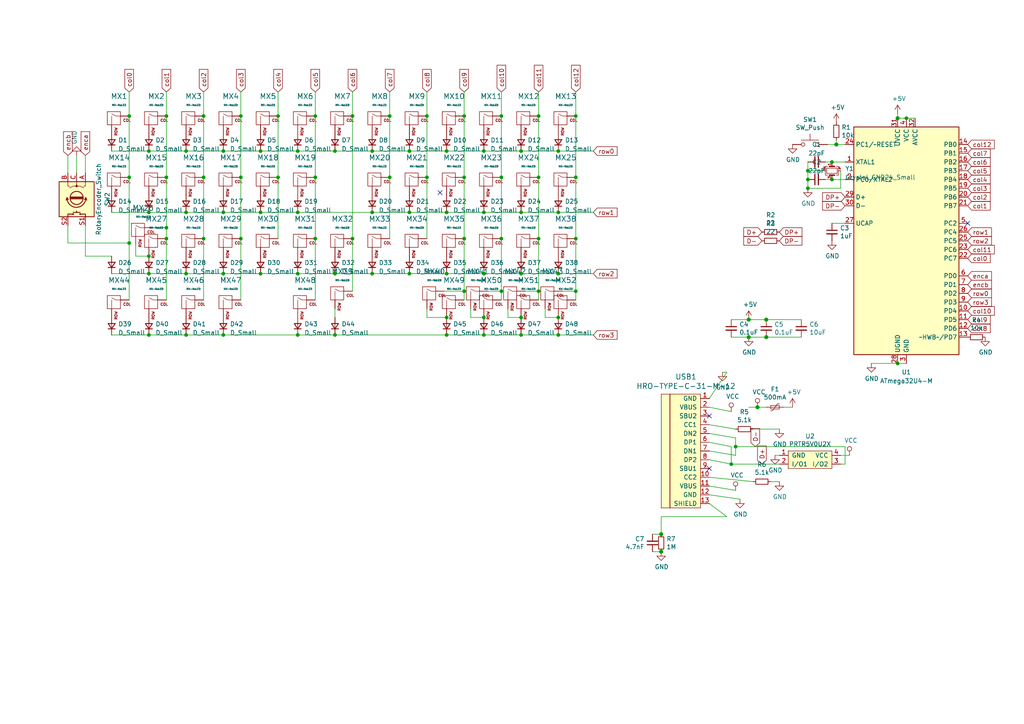
<source format=kicad_sch>
(kicad_sch (version 20211123) (generator eeschema)
  (paper "A4")
  (junction (at 129.54 92.075))
  (junction (at 129.54 61.595) (diameter 0.9144))
  (junction (at 107.95 43.815) (diameter 0.9144))
  (junction (at 161.925 79.375) (diameter 0.9144))
  (junction (at 75.565 43.815) (diameter 0.9144))
  (junction (at 107.95 61.595) (diameter 0.9144))
  (junction (at 151.13 79.375) (diameter 0.9144))
  (junction (at 134.62 84.455))
  (junction (at 156.21 51.435) (diameter 0.9144))
  (junction (at 191.77 160.02) (diameter 1.016))
  (junction (at 167.005 69.215) (diameter 0.9144))
  (junction (at 161.925 92.075))
  (junction (at 217.17 92.71) (diameter 1.016))
  (junction (at 212.09 134.62) (diameter 0.9144))
  (junction (at 217.17 97.79) (diameter 1.016))
  (junction (at 86.36 97.155))
  (junction (at 241.3 46.99) (diameter 0.9144))
  (junction (at 97.155 79.375))
  (junction (at 64.77 61.595) (diameter 0.9144))
  (junction (at 86.36 61.595) (diameter 0.9144))
  (junction (at 129.54 79.375) (diameter 0.9144))
  (junction (at 140.335 92.075))
  (junction (at 234.315 49.53) (diameter 0.9144))
  (junction (at 167.005 51.435) (diameter 0.9144))
  (junction (at 48.26 69.215))
  (junction (at 134.62 69.215) (diameter 0.9144))
  (junction (at 140.335 43.815) (diameter 0.9144))
  (junction (at 145.415 51.435) (diameter 0.9144))
  (junction (at 59.055 69.215))
  (junction (at 134.62 51.435) (diameter 0.9144))
  (junction (at 156.21 69.215) (diameter 0.9144))
  (junction (at 43.18 43.815) (diameter 0.9144))
  (junction (at 123.825 51.435) (diameter 0.9144))
  (junction (at 145.415 84.455))
  (junction (at 80.645 33.655) (diameter 0.9144))
  (junction (at 43.18 61.595) (diameter 0.9144))
  (junction (at 113.03 51.435) (diameter 0.9144))
  (junction (at 260.35 34.29) (diameter 1.016))
  (junction (at 118.745 79.375) (diameter 0.9144))
  (junction (at 43.18 74.295))
  (junction (at 213.36 129.54) (diameter 0.9144))
  (junction (at 48.26 51.435) (diameter 0.9144))
  (junction (at 91.44 69.215))
  (junction (at 134.62 33.655) (diameter 0.9144))
  (junction (at 53.975 61.595) (diameter 0.9144))
  (junction (at 91.44 51.435) (diameter 0.9144))
  (junction (at 156.21 33.655) (diameter 0.9144))
  (junction (at 118.745 43.815) (diameter 0.9144))
  (junction (at 161.925 97.155) (diameter 0.9144))
  (junction (at 97.155 43.815) (diameter 0.9144))
  (junction (at 161.925 61.595) (diameter 0.9144))
  (junction (at 91.44 33.655) (diameter 0.9144))
  (junction (at 69.85 33.655) (diameter 0.9144))
  (junction (at 80.645 51.435))
  (junction (at 241.3 52.07) (diameter 0.9144))
  (junction (at 167.005 84.455))
  (junction (at 140.335 61.595) (diameter 0.9144))
  (junction (at 86.36 79.375))
  (junction (at 37.465 51.435) (diameter 0.9144))
  (junction (at 64.77 79.375))
  (junction (at 260.35 105.41) (diameter 0.9144))
  (junction (at 107.95 79.375) (diameter 0.9144))
  (junction (at 69.85 69.215))
  (junction (at 151.13 97.155) (diameter 0.9144))
  (junction (at 145.415 69.215) (diameter 0.9144))
  (junction (at 151.13 92.075))
  (junction (at 234.315 54.61) (diameter 0.9144))
  (junction (at 48.26 33.655) (diameter 0.9144))
  (junction (at 53.975 97.155) (diameter 0.9144))
  (junction (at 53.975 79.375))
  (junction (at 145.415 33.655) (diameter 0.9144))
  (junction (at 222.25 97.79) (diameter 1.016))
  (junction (at 102.235 33.655) (diameter 0.9144))
  (junction (at 113.03 33.655) (diameter 0.9144))
  (junction (at 191.77 154.94) (diameter 1.016))
  (junction (at 43.18 79.375))
  (junction (at 140.335 79.375) (diameter 0.9144))
  (junction (at 156.21 84.455))
  (junction (at 140.335 97.155) (diameter 0.9144))
  (junction (at 69.85 51.435) (diameter 0.9144))
  (junction (at 118.745 61.595) (diameter 0.9144))
  (junction (at 102.235 69.215))
  (junction (at 219.71 118.11) (diameter 1.016))
  (junction (at 37.465 33.655) (diameter 0.9144))
  (junction (at 37.465 70.485))
  (junction (at 262.89 34.29) (diameter 0.9144))
  (junction (at 86.36 43.815) (diameter 0.9144))
  (junction (at 129.54 43.815) (diameter 0.9144))
  (junction (at 167.005 33.655) (diameter 0.9144))
  (junction (at 43.18 97.155) (diameter 0.9144))
  (junction (at 234.315 52.07) (diameter 0.9144))
  (junction (at 48.26 66.04))
  (junction (at 161.925 43.815) (diameter 0.9144))
  (junction (at 75.565 61.595) (diameter 0.9144))
  (junction (at 242.57 41.91) (diameter 1.016))
  (junction (at 222.25 92.71) (diameter 1.016))
  (junction (at 64.77 97.155) (diameter 0.9144))
  (junction (at 53.975 43.815) (diameter 0.9144))
  (junction (at 123.825 33.655) (diameter 0.9144))
  (junction (at 97.155 97.155) (diameter 0.9144))
  (junction (at 151.13 43.815) (diameter 0.9144))
  (junction (at 59.055 33.655) (diameter 0.9144))
  (junction (at 151.13 61.595) (diameter 0.9144))
  (junction (at 64.77 43.815) (diameter 0.9144))
  (junction (at 129.54 97.155) (diameter 0.9144))
  (junction (at 59.055 51.435) (diameter 0.9144))
  (junction (at 75.565 79.375))
  (no_connect (at 127.635 55.88))
  (no_connect (at 280.67 64.77))
  (no_connect (at 205.74 120.65))
  (no_connect (at 205.74 135.89))
  (wire (pts (xy 227.33 118.11) (xy 229.87 118.11)))
  (wire (pts (xy 19.685 45.085) (xy 19.685 50.165)))
  (wire (pts (xy 69.85 69.215) (xy 69.85 86.995)))
  (wire (pts (xy 260.35 34.29) (xy 262.89 34.29)))
  (wire (pts (xy 224.79 132.08) (xy 226.06 132.08)))
  (wire (pts (xy 97.155 79.375) (xy 107.95 79.375)))
  (wire (pts (xy 37.465 26.67) (xy 37.465 33.655)))
  (wire (pts (xy 37.465 33.655) (xy 37.465 51.435)))
  (wire (pts (xy 107.95 79.375) (xy 118.745 79.375)))
  (wire (pts (xy 118.745 79.375) (xy 129.54 79.375)))
  (wire (pts (xy 129.54 79.375) (xy 140.335 79.375)))
  (wire (pts (xy 140.335 79.375) (xy 151.13 79.375)))
  (wire (pts (xy 151.13 79.375) (xy 161.925 79.375)))
  (wire (pts (xy 161.925 79.375) (xy 172.085 79.375)))
  (wire (pts (xy 205.74 140.97) (xy 213.36 142.24)))
  (wire (pts (xy 75.565 79.375) (xy 86.36 79.375)))
  (wire (pts (xy 223.52 139.7) (xy 226.06 139.7)))
  (wire (pts (xy 145.415 26.67) (xy 145.415 33.655)))
  (wire (pts (xy 145.415 33.655) (xy 145.415 51.435)))
  (wire (pts (xy 145.415 51.435) (xy 145.415 69.215)))
  (wire (pts (xy 145.415 69.215) (xy 145.415 84.455)))
  (wire (pts (xy 128.905 84.455) (xy 134.62 84.455)))
  (wire (pts (xy 234.315 49.53) (xy 238.76 49.53)))
  (wire (pts (xy 134.62 69.215) (xy 134.62 84.455)))
  (wire (pts (xy 213.36 129.54) (xy 245.11 129.54)))
  (wire (pts (xy 64.77 79.375) (xy 75.565 79.375)))
  (wire (pts (xy 245.11 64.77) (xy 241.3 64.77)))
  (wire (pts (xy 210.82 107.95) (xy 205.74 115.57)))
  (wire (pts (xy 189.23 160.02) (xy 191.77 160.02)))
  (wire (pts (xy 158.115 92.075) (xy 161.925 92.075)))
  (wire (pts (xy 217.17 118.11) (xy 219.71 118.11)))
  (wire (pts (xy 156.21 84.455) (xy 156.21 86.995)))
  (wire (pts (xy 136.525 92.075) (xy 140.335 92.075)))
  (wire (pts (xy 32.385 43.815) (xy 43.18 43.815)))
  (wire (pts (xy 43.18 43.815) (xy 53.975 43.815)))
  (wire (pts (xy 53.975 43.815) (xy 64.77 43.815)))
  (wire (pts (xy 64.77 43.815) (xy 75.565 43.815)))
  (wire (pts (xy 75.565 43.815) (xy 86.36 43.815)))
  (wire (pts (xy 86.36 43.815) (xy 97.155 43.815)))
  (wire (pts (xy 97.155 43.815) (xy 107.95 43.815)))
  (wire (pts (xy 107.95 43.815) (xy 118.745 43.815)))
  (wire (pts (xy 118.745 43.815) (xy 129.54 43.815)))
  (wire (pts (xy 129.54 43.815) (xy 140.335 43.815)))
  (wire (pts (xy 140.335 43.815) (xy 151.13 43.815)))
  (wire (pts (xy 151.13 43.815) (xy 161.925 43.815)))
  (wire (pts (xy 161.925 43.815) (xy 172.085 43.815)))
  (wire (pts (xy 212.09 92.71) (xy 217.17 92.71)))
  (wire (pts (xy 39.37 74.295) (xy 43.18 74.295)))
  (wire (pts (xy 91.44 26.67) (xy 91.44 33.655)))
  (wire (pts (xy 91.44 33.655) (xy 91.44 51.435)))
  (wire (pts (xy 80.645 26.67) (xy 80.645 33.655)))
  (wire (pts (xy 80.645 33.655) (xy 80.645 51.435)))
  (wire (pts (xy 32.385 97.155) (xy 43.18 97.155)))
  (wire (pts (xy 43.18 97.155) (xy 53.975 97.155)))
  (wire (pts (xy 53.975 97.155) (xy 64.77 97.155)))
  (wire (pts (xy 64.77 97.155) (xy 86.36 97.155)))
  (wire (pts (xy 97.155 97.155) (xy 129.54 97.155)))
  (wire (pts (xy 129.54 97.155) (xy 140.335 97.155)))
  (wire (pts (xy 140.335 97.155) (xy 151.13 97.155)))
  (wire (pts (xy 151.13 97.155) (xy 161.925 97.155)))
  (wire (pts (xy 161.925 97.155) (xy 172.085 97.155)))
  (wire (pts (xy 80.645 51.435) (xy 80.645 69.215)))
  (wire (pts (xy 217.17 92.71) (xy 222.25 92.71)))
  (wire (pts (xy 134.62 26.67) (xy 134.62 33.655)))
  (wire (pts (xy 134.62 33.655) (xy 134.62 51.435)))
  (wire (pts (xy 134.62 51.435) (xy 134.62 69.215)))
  (wire (pts (xy 113.03 26.67) (xy 113.03 33.655)))
  (wire (pts (xy 113.03 33.655) (xy 113.03 51.435)))
  (wire (pts (xy 113.03 51.435) (xy 113.03 69.215)))
  (wire (pts (xy 205.74 146.05) (xy 210.82 149.86)))
  (wire (pts (xy 222.25 92.71) (xy 232.41 92.71)))
  (wire (pts (xy 205.74 118.11) (xy 212.09 119.38)))
  (wire (pts (xy 239.395 46.99) (xy 241.3 46.99)))
  (wire (pts (xy 189.23 154.94) (xy 191.77 154.94)))
  (wire (pts (xy 32.385 61.595) (xy 43.18 61.595)))
  (wire (pts (xy 43.18 61.595) (xy 53.975 61.595)))
  (wire (pts (xy 53.975 61.595) (xy 64.77 61.595)))
  (wire (pts (xy 64.77 61.595) (xy 75.565 61.595)))
  (wire (pts (xy 75.565 61.595) (xy 86.36 61.595)))
  (wire (pts (xy 86.36 61.595) (xy 107.95 61.595)))
  (wire (pts (xy 107.95 61.595) (xy 118.745 61.595)))
  (wire (pts (xy 118.745 61.595) (xy 129.54 61.595)))
  (wire (pts (xy 129.54 61.595) (xy 140.335 61.595)))
  (wire (pts (xy 140.335 61.595) (xy 151.13 61.595)))
  (wire (pts (xy 151.13 61.595) (xy 161.925 61.595)))
  (wire (pts (xy 161.925 61.595) (xy 172.085 61.595)))
  (wire (pts (xy 19.685 65.405) (xy 19.685 70.485)))
  (wire (pts (xy 24.765 45.085) (xy 24.765 50.165)))
  (wire (pts (xy 222.25 97.79) (xy 217.17 97.79)))
  (wire (pts (xy 69.85 26.67) (xy 69.85 33.655)))
  (wire (pts (xy 69.85 33.655) (xy 69.85 51.435)))
  (wire (pts (xy 69.85 51.435) (xy 69.85 69.215)))
  (wire (pts (xy 22.225 45.085) (xy 22.225 50.165)))
  (wire (pts (xy 210.82 107.95) (xy 209.55 107.95)))
  (wire (pts (xy 48.26 26.67) (xy 48.26 33.655)))
  (wire (pts (xy 48.26 33.655) (xy 48.26 51.435)))
  (wire (pts (xy 48.26 51.435) (xy 48.26 66.04)))
  (wire (pts (xy 167.005 84.455) (xy 167.005 86.995)))
  (wire (pts (xy 134.62 84.455) (xy 134.62 86.995)))
  (wire (pts (xy 32.385 79.375) (xy 43.18 79.375)))
  (wire (pts (xy 48.26 66.04) (xy 48.26 69.215)))
  (wire (pts (xy 24.765 65.405) (xy 24.765 74.295)))
  (wire (pts (xy 44.45 66.04) (xy 48.26 66.04)))
  (wire (pts (xy 37.465 70.485) (xy 37.465 86.995)))
  (wire (pts (xy 243.84 132.08) (xy 246.38 132.08)))
  (wire (pts (xy 145.415 84.455) (xy 145.415 86.995)))
  (wire (pts (xy 242.57 41.91) (xy 242.57 40.64)))
  (wire (pts (xy 48.26 69.215) (xy 48.26 86.995)))
  (wire (pts (xy 210.82 149.86) (xy 191.77 149.86)))
  (wire (pts (xy 163.195 84.455) (xy 167.005 84.455)))
  (wire (pts (xy 234.315 54.61) (xy 243.84 54.61)))
  (wire (pts (xy 243.84 54.61) (xy 243.84 49.53)))
  (wire (pts (xy 91.44 69.215) (xy 91.44 86.995)))
  (wire (pts (xy 212.09 129.54) (xy 212.09 134.62)))
  (wire (pts (xy 141.605 84.455) (xy 145.415 84.455)))
  (wire (pts (xy 59.055 69.215) (xy 59.055 86.995)))
  (wire (pts (xy 205.74 123.19) (xy 213.36 124.46)))
  (wire (pts (xy 123.825 89.535) (xy 123.825 92.075)))
  (wire (pts (xy 123.825 26.67) (xy 123.825 33.655)))
  (wire (pts (xy 123.825 33.655) (xy 123.825 51.435)))
  (wire (pts (xy 123.825 51.435) (xy 123.825 69.215)))
  (wire (pts (xy 217.17 97.79) (xy 212.09 97.79)))
  (wire (pts (xy 212.09 134.62) (xy 226.06 134.62)))
  (wire (pts (xy 205.74 143.51) (xy 214.63 144.78)))
  (wire (pts (xy 24.765 74.295) (xy 32.385 74.295)))
  (wire (pts (xy 232.41 97.79) (xy 222.25 97.79)))
  (wire (pts (xy 102.235 69.215) (xy 102.235 84.455)))
  (wire (pts (xy 260.35 34.29) (xy 260.35 33.02)))
  (wire (pts (xy 91.44 51.435) (xy 91.44 69.215)))
  (wire (pts (xy 218.44 124.46) (xy 226.06 124.46)))
  (wire (pts (xy 205.74 138.43) (xy 218.44 139.7)))
  (wire (pts (xy 219.71 118.11) (xy 222.25 118.11)))
  (wire (pts (xy 241.3 46.99) (xy 245.11 46.99)))
  (wire (pts (xy 234.315 46.99) (xy 234.315 49.53)))
  (wire (pts (xy 234.315 49.53) (xy 234.315 52.07)))
  (wire (pts (xy 205.74 125.73) (xy 213.36 127)))
  (wire (pts (xy 212.09 134.62) (xy 205.74 133.35)))
  (wire (pts (xy 152.4 84.455) (xy 156.21 84.455)))
  (wire (pts (xy 53.975 79.375) (xy 64.77 79.375)))
  (wire (pts (xy 158.115 89.535) (xy 158.115 92.075)))
  (wire (pts (xy 147.32 89.535) (xy 147.32 92.075)))
  (wire (pts (xy 59.055 26.67) (xy 59.055 33.655)))
  (wire (pts (xy 59.055 33.655) (xy 59.055 51.435)))
  (wire (pts (xy 59.055 51.435) (xy 59.055 69.215)))
  (wire (pts (xy 241.3 52.07) (xy 245.11 52.07)))
  (wire (pts (xy 86.36 79.375) (xy 97.155 79.375)))
  (wire (pts (xy 37.465 51.435) (xy 37.465 70.485)))
  (wire (pts (xy 262.89 34.29) (xy 265.43 34.29)))
  (wire (pts (xy 136.525 89.535) (xy 136.525 92.075)))
  (wire (pts (xy 245.11 129.54) (xy 245.11 134.62)))
  (wire (pts (xy 245.11 134.62) (xy 243.84 134.62)))
  (wire (pts (xy 102.235 26.67) (xy 102.235 33.655)))
  (wire (pts (xy 102.235 33.655) (xy 102.235 69.215)))
  (wire (pts (xy 252.73 105.41) (xy 260.35 105.41)))
  (wire (pts (xy 260.35 105.41) (xy 262.89 105.41)))
  (wire (pts (xy 234.315 52.07) (xy 234.315 54.61)))
  (wire (pts (xy 147.32 92.075) (xy 151.13 92.075)))
  (wire (pts (xy 97.155 89.535) (xy 97.155 92.075)))
  (wire (pts (xy 245.11 41.91) (xy 242.57 41.91)))
  (wire (pts (xy 39.37 71.12) (xy 39.37 74.295)))
  (wire (pts (xy 213.36 132.08) (xy 205.74 130.81)))
  (wire (pts (xy 123.825 92.075) (xy 129.54 92.075)))
  (wire (pts (xy 242.57 41.91) (xy 240.03 41.91)))
  (wire (pts (xy 239.395 52.07) (xy 241.3 52.07)))
  (wire (pts (xy 191.77 149.86) (xy 191.77 154.94)))
  (wire (pts (xy 43.18 79.375) (xy 53.975 79.375)))
  (wire (pts (xy 213.36 127) (xy 213.36 129.54)))
  (wire (pts (xy 213.36 129.54) (xy 213.36 132.08)))
  (wire (pts (xy 156.21 26.67) (xy 156.21 33.655)))
  (wire (pts (xy 156.21 33.655) (xy 156.21 51.435)))
  (wire (pts (xy 156.21 51.435) (xy 156.21 69.215)))
  (wire (pts (xy 156.21 69.215) (xy 156.21 84.455)))
  (wire (pts (xy 19.685 70.485) (xy 37.465 70.485)))
  (wire (pts (xy 205.74 128.27) (xy 212.09 129.54)))
  (wire (pts (xy 86.36 97.155) (xy 97.155 97.155)))
  (wire (pts (xy 167.005 26.67) (xy 167.005 33.655)))
  (wire (pts (xy 167.005 33.655) (xy 167.005 51.435)))
  (wire (pts (xy 167.005 51.435) (xy 167.005 69.215)))
  (wire (pts (xy 167.005 69.215) (xy 167.005 84.455)))
  (global_label "encb" (shape input) (at 280.67 82.55 0) (property "Intersheet References" "${INTERSHEET_REFS}" (effects hide)))
  (global_label "col6" (shape input) (at 102.235 26.67 90) (property "Intersheet References" "${INTERSHEET_REFS}" (effects hide)))
  (global_label "row0" (shape input) (at 280.67 85.09 0) (property "Intersheet References" "${INTERSHEET_REFS}" (effects hide)))
  (global_label "col12" (shape input) (at 280.67 41.91 0) (property "Intersheet References" "${INTERSHEET_REFS}" (effects hide)))
  (global_label "col4" (shape input) (at 280.67 52.07 0) (property "Intersheet References" "${INTERSHEET_REFS}" (effects hide)))
  (global_label "col9" (shape input) (at 134.62 26.67 90) (property "Intersheet References" "${INTERSHEET_REFS}" (effects hide)))
  (global_label "col4" (shape input) (at 80.645 26.67 90) (property "Intersheet References" "${INTERSHEET_REFS}" (effects hide)))
  (global_label "row2" (shape input) (at 172.085 79.375 0) (property "Intersheet References" "${INTERSHEET_REFS}" (effects hide)))
  (global_label "encb" (shape input) (at 19.685 45.085 90) (property "Intersheet References" "${INTERSHEET_REFS}" (effects hide)))
  (global_label "col1" (shape input) (at 48.26 26.67 90) (property "Intersheet References" "${INTERSHEET_REFS}" (effects hide)))
  (global_label "enca" (shape input) (at 280.67 80.01 0) (property "Intersheet References" "${INTERSHEET_REFS}" (effects hide)))
  (global_label "row1" (shape input) (at 280.67 67.31 0) (property "Intersheet References" "${INTERSHEET_REFS}" (effects hide)))
  (global_label "col6" (shape input) (at 280.67 46.99 0) (property "Intersheet References" "${INTERSHEET_REFS}" (effects hide)))
  (global_label "enca" (shape input) (at 24.765 45.085 90) (property "Intersheet References" "${INTERSHEET_REFS}" (effects hide)))
  (global_label "row1" (shape input) (at 172.085 61.595 0) (property "Intersheet References" "${INTERSHEET_REFS}" (effects hide)))
  (global_label "D+" (shape input) (at 220.98 134.62 90) (property "Intersheet References" "${INTERSHEET_REFS}" (effects hide)))
  (global_label "col9" (shape input) (at 280.67 92.71 0) (property "Intersheet References" "${INTERSHEET_REFS}" (effects hide)))
  (global_label "col12" (shape input) (at 167.005 26.67 90) (property "Intersheet References" "${INTERSHEET_REFS}" (effects hide)))
  (global_label "DP+" (shape input) (at 245.11 57.15 180) (property "Intersheet References" "${INTERSHEET_REFS}" (effects hide)))
  (global_label "D+" (shape input) (at 220.98 67.31 180) (property "Intersheet References" "${INTERSHEET_REFS}" (effects hide)))
  (global_label "col3" (shape input) (at 69.85 26.67 90) (property "Intersheet References" "${INTERSHEET_REFS}" (effects hide)))
  (global_label "col8" (shape input) (at 280.67 95.25 0) (property "Intersheet References" "${INTERSHEET_REFS}" (effects hide)))
  (global_label "col7" (shape input) (at 113.03 26.67 90) (property "Intersheet References" "${INTERSHEET_REFS}" (effects hide)))
  (global_label "row2" (shape input) (at 280.67 69.85 0) (property "Intersheet References" "${INTERSHEET_REFS}" (effects hide)))
  (global_label "col11" (shape input) (at 156.21 26.67 90) (property "Intersheet References" "${INTERSHEET_REFS}" (effects hide)))
  (global_label "col10" (shape input) (at 280.67 90.17 0) (property "Intersheet References" "${INTERSHEET_REFS}" (effects hide)))
  (global_label "col0" (shape input) (at 37.465 26.67 90) (property "Intersheet References" "${INTERSHEET_REFS}" (effects hide)))
  (global_label "col8" (shape input) (at 123.825 26.67 90) (property "Intersheet References" "${INTERSHEET_REFS}" (effects hide)))
  (global_label "col3" (shape input) (at 280.67 54.61 0) (property "Intersheet References" "${INTERSHEET_REFS}" (effects hide)))
  (global_label "col1" (shape input) (at 280.67 59.69 0) (property "Intersheet References" "${INTERSHEET_REFS}" (effects hide)))
  (global_label "DP-" (shape input) (at 226.06 69.85 0) (property "Intersheet References" "${INTERSHEET_REFS}" (effects hide)))
  (global_label "DP+" (shape input) (at 226.06 67.31 0) (property "Intersheet References" "${INTERSHEET_REFS}" (effects hide)))
  (global_label "row0" (shape input) (at 172.085 43.815 0) (property "Intersheet References" "${INTERSHEET_REFS}" (effects hide)))
  (global_label "DP-" (shape input) (at 245.11 59.69 180) (property "Intersheet References" "${INTERSHEET_REFS}" (effects hide)))
  (global_label "D-" (shape input) (at 220.98 69.85 180) (property "Intersheet References" "${INTERSHEET_REFS}" (effects hide)))
  (global_label "col0" (shape input) (at 280.67 74.93 0) (property "Intersheet References" "${INTERSHEET_REFS}" (effects hide)))
  (global_label "row3" (shape input) (at 280.67 87.63 0) (property "Intersheet References" "${INTERSHEET_REFS}" (effects hide)))
  (global_label "col10" (shape input) (at 145.415 26.67 90) (property "Intersheet References" "${INTERSHEET_REFS}" (effects hide)))
  (global_label "col7" (shape input) (at 280.67 44.45 0) (property "Intersheet References" "${INTERSHEET_REFS}" (effects hide)))
  (global_label "col11" (shape input) (at 280.67 72.39 0) (property "Intersheet References" "${INTERSHEET_REFS}" (effects hide)))
  (global_label "col5" (shape input) (at 91.44 26.67 90) (property "Intersheet References" "${INTERSHEET_REFS}" (effects hide)))
  (global_label "row3" (shape input) (at 172.085 97.155 0) (property "Intersheet References" "${INTERSHEET_REFS}" (effects hide)))
  (global_label "col5" (shape input) (at 280.67 49.53 0) (property "Intersheet References" "${INTERSHEET_REFS}" (effects hide)))
  (global_label "D-" (shape input) (at 219.075 129.54 90) (property "Intersheet References" "${INTERSHEET_REFS}" (effects hide)))
  (global_label "col2" (shape input) (at 59.055 26.67 90) (property "Intersheet References" "${INTERSHEET_REFS}" (effects hide)))
  (global_label "col2" (shape input) (at 280.67 57.15 0) (property "Intersheet References" "${INTERSHEET_REFS}" (effects hide)))
  (symbol (lib_id "Device:R_Small") (at 283.21 97.79 270) (unit 1)
    (property "Reference" "R4" (at 283.21 92.8116 90))
    (property "Value" "10k" (at 283.21 95.123 90))
    (property "Footprint" "Resistor_SMD:R_0603_1608Metric" (effects hide))
  )
  (symbol (lib_id "power:GND") (at 285.75 97.79 0) (unit 1)
    (property "Reference" "#PWR09" (effects hide))
    (property "Value" "GND" (at 285.877 102.1842 0))
  )
  (symbol (lib_id "Device:R_Small") (at 242.57 38.1 0) (unit 1)
    (property "Reference" "R1" (at 244.0686 36.9316 0) (effects (justify left)))
    (property "Value" "10k" (at 244.0686 39.243 0) (effects (justify left)))
    (property "Footprint" "Resistor_SMD:R_0603_1608Metric" (effects hide))
  )
  (symbol (lib_id "power:GND") (at 229.87 41.91 0) (unit 1)
    (property "Reference" "#PWR03" (effects hide))
    (property "Value" "GND" (at 229.997 46.3042 0))
  )
  (symbol (lib_id "Switch:SW_Push") (at 234.95 41.91 0) (unit 1)
    (property "Reference" "SW1" (at 234.95 34.671 0))
    (property "Value" "SW_Push" (at 234.95 36.9824 0))
    (property "Footprint" "Button_Switch_SMD:SW_Push_SPST_NO_Alps_SKRK" (effects hide))
  )
  (symbol (lib_id "Device:R_Small") (at 223.52 67.31 270) (unit 1)
    (property "Reference" "R2" (at 223.52 62.3316 90))
    (property "Value" "22" (at 223.52 64.643 90))
    (property "Footprint" "Resistor_SMD:R_0603_1608Metric" (effects hide))
  )
  (symbol (lib_id "Device:R_Small") (at 223.52 69.85 270) (unit 1)
    (property "Reference" "R3" (at 223.52 64.8716 90))
    (property "Value" "22" (at 223.52 67.183 90))
    (property "Footprint" "Resistor_SMD:R_0603_1608Metric" (effects hide))
  )
  (symbol (lib_id "Type-C:HRO-TYPE-C-31-M-12") (at 203.2 129.54 0) (unit 1)
    (property "Reference" "USB1" (at 198.9582 109.2962 0) (effects (font (size 1.524 1.524))))
    (property "Value" "HRO-TYPE-C-31-M-12" (at 198.9582 111.9886 0) (effects (font (size 1.524 1.524))))
    (property "Footprint" "Type-C:HRO-TYPE-C-31-M-12" (effects hide))
  )
  (symbol (lib_id "Device:C_Small") (at 241.3 67.31 0) (unit 1)
    (property "Reference" "C3" (at 243.6368 66.1416 0) (effects (justify left)))
    (property "Value" "1uF" (at 243.6368 68.453 0) (effects (justify left)))
    (property "Footprint" "Capacitor_SMD:C_0603_1608Metric" (effects hide))
  )
  (symbol (lib_id "power:GND") (at 241.3 69.85 0) (unit 1)
    (property "Reference" "#PWR06" (effects hide))
    (property "Value" "GND" (at 241.427 74.2442 0))
  )
  (symbol (lib_id "Device:C_Small") (at 212.09 95.25 0) (unit 1)
    (property "Reference" "C4" (at 214.4268 94.0816 0) (effects (justify left)))
    (property "Value" "0.1uF" (at 214.4268 96.393 0) (effects (justify left)))
    (property "Footprint" "Capacitor_SMD:C_0603_1608Metric" (effects hide))
  )
  (symbol (lib_id "Device:C_Small") (at 222.25 95.25 0) (unit 1)
    (property "Reference" "C5" (at 224.5868 94.0816 0) (effects (justify left)))
    (property "Value" "0.1uF" (at 224.5868 96.393 0) (effects (justify left)))
    (property "Footprint" "Capacitor_SMD:C_0603_1608Metric" (effects hide))
  )
  (symbol (lib_id "Device:C_Small") (at 232.41 95.25 0) (unit 1)
    (property "Reference" "C6" (at 234.7468 94.0816 0) (effects (justify left)))
    (property "Value" "10uF" (at 234.7468 96.393 0) (effects (justify left)))
    (property "Footprint" "Capacitor_SMD:C_0603_1608Metric" (effects hide))
  )
  (symbol (lib_id "power:GND") (at 234.315 54.61 0) (unit 1)
    (property "Reference" "#PWR05" (effects hide))
    (property "Value" "GND" (at 234.442 59.0042 0))
  )
  (symbol (lib_id "power:GND") (at 217.17 97.79 0) (unit 1)
    (property "Reference" "#PWR08" (effects hide))
    (property "Value" "GND" (at 217.297 102.1842 0))
  )
  (symbol (lib_id "power:GND") (at 252.73 105.41 0) (unit 1)
    (property "Reference" "#PWR010" (effects hide))
    (property "Value" "GND" (at 252.857 109.8042 0))
  )
  (symbol (lib_id "Device:R_Small") (at 191.77 157.48 0) (unit 1)
    (property "Reference" "R7" (at 193.2686 156.3116 0) (effects (justify left)))
    (property "Value" "1M" (at 193.2686 158.623 0) (effects (justify left)))
    (property "Footprint" "Resistor_SMD:R_0603_1608Metric" (effects hide))
  )
  (symbol (lib_id "Device:C_Small") (at 189.23 157.48 0) (mirror x) (unit 1)
    (property "Reference" "C7" (at 186.8932 156.3116 0) (effects (justify right)))
    (property "Value" "4.7nF" (at 186.8932 158.623 0) (effects (justify right)))
    (property "Footprint" "Capacitor_SMD:C_0603_1608Metric" (effects hide))
  )
  (symbol (lib_id "power:GND") (at 191.77 160.02 0) (unit 1)
    (property "Reference" "#PWR021" (effects hide))
    (property "Value" "GND" (at 191.897 164.4142 0))
  )
  (symbol (lib_id "power:+5V") (at 229.87 118.11 0) (unit 1)
    (property "Reference" "#PWR013" (effects hide))
    (property "Value" "+5V" (at 230.251 113.7158 0))
  )
  (symbol (lib_id "power:+5V") (at 260.35 33.02 0) (unit 1)
    (property "Reference" "#PWR01" (effects hide))
    (property "Value" "+5V" (at 260.731 28.6258 0))
  )
  (symbol (lib_id "power:+5V") (at 242.57 35.56 0) (unit 1)
    (property "Reference" "#PWR02" (effects hide))
    (property "Value" "+5V" (at 242.951 31.1658 0))
  )
  (symbol (lib_id "power:VCC") (at 219.71 118.11 0) (unit 1)
    (property "Reference" "#PWR012" (effects hide))
    (property "Value" "VCC" (at 220.1418 113.7158 0))
  )
  (symbol (lib_id "power:+5V") (at 217.17 92.71 0) (unit 1)
    (property "Reference" "#PWR07" (effects hide))
    (property "Value" "+5V" (at 217.551 88.3158 0))
  )
  (symbol (lib_id "power:GND") (at 226.06 124.46 0) (unit 1)
    (property "Reference" "#PWR015" (effects hide))
    (property "Value" "GND" (at 226.187 128.8542 0))
  )
  (symbol (lib_id "power:GND") (at 214.63 144.78 0) (unit 1)
    (property "Reference" "#PWR020" (effects hide))
    (property "Value" "GND" (at 214.757 149.1742 0))
  )
  (symbol (lib_id "power:GND") (at 209.55 107.95 0) (unit 1)
    (property "Reference" "#PWR011" (effects hide))
    (property "Value" "GND" (at 209.677 112.3442 0))
  )
  (symbol (lib_id "Device:Polyfuse_Small") (at 224.79 118.11 270) (unit 1)
    (property "Reference" "F1" (at 224.79 112.903 90))
    (property "Value" "500mA" (at 224.79 115.2144 90))
    (property "Footprint" "Fuse:Fuse_1206_3216Metric" (effects hide))
  )
  (symbol (lib_id "Device:R_Small") (at 215.9 124.46 90) (unit 1)
    (property "Reference" "R5" (at 215.9 119.4816 90))
    (property "Value" "5.1k" (at 215.9 121.793 90))
    (property "Footprint" "Resistor_SMD:R_0603_1608Metric" (effects hide))
  )
  (symbol (lib_id "Device:R_Small") (at 220.98 139.7 90) (unit 1)
    (property "Reference" "R6" (at 220.98 134.7216 90))
    (property "Value" "5.1k" (at 220.98 137.033 90))
    (property "Footprint" "Resistor_SMD:R_0603_1608Metric" (effects hide))
  )
  (symbol (lib_id "power:GND") (at 226.06 139.7 0) (unit 1)
    (property "Reference" "#PWR018" (effects hide))
    (property "Value" "GND" (at 226.187 144.0942 0))
  )
  (symbol (lib_id "power:VCC") (at 212.09 119.38 0) (unit 1)
    (property "Reference" "#PWR014" (effects hide))
    (property "Value" "VCC" (at 212.5218 114.9858 0))
  )
  (symbol (lib_id "power:VCC") (at 213.36 142.24 0) (unit 1)
    (property "Reference" "#PWR019" (effects hide))
    (property "Value" "VCC" (at 213.7918 137.8458 0))
  )
  (symbol (lib_id "keybage:MX-NoLED") (at 130.81 88.265 0) (unit 1)
    (property "Reference" "MX49" (at 131.6955 81.28 0) (effects (font (size 1.524 1.524))))
    (property "Value" "MX-NoLED" (at 131.6955 83.82 0) (effects (font (size 0.508 0.508))))
    (property "Footprint" "MX_Only:MXOnly-1.75U-NoLED" (effects hide))
  )
  (symbol (lib_id "keybage:MX-NoLED") (at 66.04 88.265 0) (unit 1)
    (property "Reference" "MX47" (at 66.9255 81.28 0) (effects (font (size 1.524 1.524))))
    (property "Value" "MX-NoLED" (at 66.9255 83.82 0) (effects (font (size 0.508 0.508))))
    (property "Footprint" "MX_Only:MXOnly-1.75U-NoLED" (effects hide))
  )
  (symbol (lib_id "Device:D_Small") (at 32.385 76.835 90) (unit 1)
    (property "Reference" "D26" (at 34.29 76.1999 90) (effects (justify right)))
    (property "Value" "D_Small" (at 34.29 78.7399 90) (effects (justify right)))
    (property "Footprint" "Diode_SMD:D_SOD-123" (effects hide))
  )
  (symbol (lib_id "keybage:MX-NoLED") (at 87.63 88.265 0) (unit 1)
    (property "Reference" "MX48" (at 88.5155 81.28 0) (effects (font (size 1.524 1.524))))
    (property "Value" "MX-NoLED" (at 88.5155 83.82 0) (effects (font (size 0.508 0.508))))
    (property "Footprint" "MX_Only:MXOnly-2.25U-ReversedStabilizers-NoLED" (effects hide))
  )
  (symbol (lib_id "Device:D_Small") (at 53.975 41.275 90) (unit 1)
    (property "Reference" "D3" (at 55.88 40.6399 90) (effects (justify right)))
    (property "Value" "D_Small" (at 55.88 43.1799 90) (effects (justify right)))
    (property "Footprint" "Diode_SMD:D_SOD-123" (effects hide))
  )
  (symbol (lib_id "power:VCC") (at 246.38 132.08 0) (unit 1)
    (property "Reference" "#PWR017" (effects hide))
    (property "Value" "VCC" (at 246.8118 127.7556 0))
  )
  (symbol (lib_id "keybage:MX-NoLED") (at 163.195 70.485 0) (unit 1)
    (property "Reference" "MX38" (at 164.0805 63.5 0) (effects (font (size 1.524 1.524))))
    (property "Value" "MX-NoLED" (at 164.0805 66.04 0) (effects (font (size 0.508 0.508))))
    (property "Footprint" "MX_Only:MXOnly-1U-NoLED" (effects hide))
  )
  (symbol (lib_id "keybage:MX-NoLED") (at 109.22 34.925 0) (unit 1)
    (property "Reference" "MX8" (at 110.1055 27.94 0) (effects (font (size 1.524 1.524))))
    (property "Value" "MX-NoLED" (at 110.1055 30.48 0) (effects (font (size 0.508 0.508))))
    (property "Footprint" "MX_Only:MXOnly-1U-NoLED" (effects hide))
  )
  (symbol (lib_id "keybage:MX-NoLED") (at 152.4 52.705 0) (unit 1)
    (property "Reference" "MX24" (at 153.2855 45.72 0) (effects (font (size 1.524 1.524))))
    (property "Value" "MX-NoLED" (at 153.2855 48.26 0) (effects (font (size 0.508 0.508))))
    (property "Footprint" "MX_Only:MXOnly-1U-NoLED" (effects hide))
  )
  (symbol (lib_id "Device:D_Small") (at 107.95 59.055 90) (unit 1)
    (property "Reference" "D20" (at 109.855 58.4199 90) (effects (justify right)))
    (property "Value" "D_Small" (at 109.855 60.9599 90) (effects (justify right)))
    (property "Footprint" "Diode_SMD:D_SOD-123" (effects hide))
  )
  (symbol (lib_id "keybage:MX-NoLED") (at 44.45 34.925 0) (unit 1)
    (property "Reference" "MX2" (at 45.3355 27.94 0) (effects (font (size 1.524 1.524))))
    (property "Value" "MX-NoLED" (at 45.3355 30.48 0) (effects (font (size 0.508 0.508))))
    (property "Footprint" "MX_Only:MXOnly-1U-NoLED" (effects hide))
  )
  (symbol (lib_id "Device:D_Small") (at 151.13 41.275 90) (unit 1)
    (property "Reference" "D12" (at 153.035 40.6399 90) (effects (justify right)))
    (property "Value" "D_Small" (at 153.035 43.1799 90) (effects (justify right)))
    (property "Footprint" "Diode_SMD:D_SOD-123" (effects hide))
  )
  (symbol (lib_id "power:GND") (at 22.225 45.085 180) (unit 1)
    (property "Reference" "#PWR04" (effects hide))
    (property "Value" "GND" (at 21.5901 41.91 90) (effects (justify right)))
  )
  (symbol (lib_id "Device:RotaryEncoder_Switch") (at 22.225 57.785 270) (unit 1)
    (property "Reference" "SW2" (at 31.115 57.785 0))
    (property "Value" "RotaryEncoder_Switch" (at 28.575 57.785 0))
    (property "Footprint" "keebio:RotaryEncoder_EC11-no-legs" (effects hide))
  )
  (symbol (lib_id "Device:D_Small") (at 53.975 76.835 90) (unit 1)
    (property "Reference" "D28" (at 55.88 76.1999 90) (effects (justify right)))
    (property "Value" "D_Small" (at 55.88 78.7399 90) (effects (justify right)))
    (property "Footprint" "Diode_SMD:D_SOD-123" (effects hide))
  )
  (symbol (lib_id "Device:D_Small") (at 86.36 59.055 90) (unit 1)
    (property "Reference" "D19" (at 88.265 58.4199 90) (effects (justify right)))
    (property "Value" "D_Small" (at 88.265 60.9599 90) (effects (justify right)))
    (property "Footprint" "Diode_SMD:D_SOD-123" (effects hide))
  )
  (symbol (lib_id "Device:D_Small") (at 86.36 94.615 90) (unit 1)
    (property "Reference" "D43" (at 88.265 93.9799 90) (effects (justify right)))
    (property "Value" "D_Small" (at 88.265 96.5199 90) (effects (justify right)))
    (property "Footprint" "Diode_SMD:D_SOD-123" (effects hide))
  )
  (symbol (lib_id "keybage:MX-NoLED") (at 152.4 70.485 0) (unit 1)
    (property "Reference" "MX37" (at 153.2855 63.5 0) (effects (font (size 1.524 1.524))))
    (property "Value" "MX-NoLED" (at 153.2855 66.04 0) (effects (font (size 0.508 0.508))))
    (property "Footprint" "MX_Only:MXOnly-1U-NoLED" (effects hide))
  )
  (symbol (lib_id "keybage:MX-NoLED") (at 55.245 70.485 0) (unit 1)
    (property "Reference" "MX28" (at 56.1305 63.5 0) (effects (font (size 1.524 1.524))))
    (property "Value" "MX-NoLED" (at 56.1305 66.04 0) (effects (font (size 0.508 0.508))))
    (property "Footprint" "MX_Only:MXOnly-1U-NoLED" (effects hide))
  )
  (symbol (lib_id "keybage:MX-NoLED") (at 120.015 70.485 0) (unit 1)
    (property "Reference" "MX34" (at 120.9005 63.5 0) (effects (font (size 1.524 1.524))))
    (property "Value" "MX-NoLED" (at 120.9005 66.04 0) (effects (font (size 0.508 0.508))))
    (property "Footprint" "MX_Only:MXOnly-1U-NoLED" (effects hide))
  )
  (symbol (lib_id "keybage:MX-NoLED") (at 148.59 85.725 0) (unit 1)
    (property "Reference" "MX42" (at 149.4755 78.74 0) (effects (font (size 1.524 1.524))))
    (property "Value" "MX-NoLED" (at 149.4755 81.28 0) (effects (font (size 0.508 0.508))))
    (property "Footprint" "MX_Only:MXOnly-1U-NoLED" (effects hide))
  )
  (symbol (lib_id "keybage:MX-NoLED") (at 120.015 52.705 0) (unit 1)
    (property "Reference" "MX21" (at 120.9005 45.72 0) (effects (font (size 1.524 1.524))))
    (property "Value" "MX-NoLED" (at 120.9005 48.26 0) (effects (font (size 0.508 0.508))))
    (property "Footprint" "MX_Only:MXOnly-1U-NoLED" (effects hide))
  )
  (symbol (lib_id "Device:D_Small") (at 140.335 41.275 90) (unit 1)
    (property "Reference" "D11" (at 142.24 40.6399 90) (effects (justify right)))
    (property "Value" "D_Small" (at 142.24 43.1799 90) (effects (justify right)))
    (property "Footprint" "Diode_SMD:D_SOD-123" (effects hide))
  )
  (symbol (lib_id "Device:D_Small") (at 32.385 41.275 90) (unit 1)
    (property "Reference" "D1" (at 34.29 40.6399 90) (effects (justify right)))
    (property "Value" "D_Small" (at 34.29 43.1799 90) (effects (justify right)))
    (property "Footprint" "Diode_SMD:D_SOD-123" (effects hide))
  )
  (symbol (lib_id "Device:C_Small") (at 236.855 52.07 90) (mirror x) (unit 1)
    (property "Reference" "C2" (at 236.855 46.99 90))
    (property "Value" "22pF" (at 236.855 49.53 90))
    (property "Footprint" "Capacitor_SMD:C_0603_1608Metric" (effects hide))
  )
  (symbol (lib_id "keybage:MX-NoLED") (at 55.245 88.265 0) (unit 1)
    (property "Reference" "MX46" (at 56.1305 81.28 0) (effects (font (size 1.524 1.524))))
    (property "Value" "MX-NoLED" (at 56.1305 83.82 0) (effects (font (size 0.508 0.508))))
    (property "Footprint" "MX_Only:MXOnly-1.25U-NoLED" (effects hide))
  )
  (symbol (lib_id "keybage:MX-NoLED") (at 163.195 34.925 0) (unit 1)
    (property "Reference" "MX13" (at 164.0805 27.94 0) (effects (font (size 1.524 1.524))))
    (property "Value" "MX-NoLED" (at 164.0805 30.48 0) (effects (font (size 0.508 0.508))))
    (property "Footprint" "MX_Only:MXOnly-1U-NoLED" (effects hide))
  )
  (symbol (lib_id "keybage:MX-NoLED") (at 109.22 70.485 0) (unit 1)
    (property "Reference" "MX33" (at 110.1055 63.5 0) (effects (font (size 1.524 1.524))))
    (property "Value" "MX-NoLED" (at 110.1055 66.04 0) (effects (font (size 0.508 0.508))))
    (property "Footprint" "MX_Only:MXOnly-1U-NoLED" (effects hide))
  )
  (symbol (lib_id "Device:D_Small") (at 140.335 94.615 90) (unit 1)
    (property "Reference" "D46" (at 142.24 93.9799 90) (effects (justify right)))
    (property "Value" "D_Small" (at 142.24 96.5199 90) (effects (justify right)))
    (property "Footprint" "Diode_SMD:D_SOD-123" (effects hide))
  )
  (symbol (lib_id "Device:D_Small") (at 97.155 41.275 90) (unit 1)
    (property "Reference" "D7" (at 99.06 40.6399 90) (effects (justify right)))
    (property "Value" "D_Small" (at 99.06 43.1799 90) (effects (justify right)))
    (property "Footprint" "Diode_SMD:D_SOD-123" (effects hide))
  )
  (symbol (lib_id "keybage:MX-NoLED") (at 130.81 52.705 0) (unit 1)
    (property "Reference" "MX22" (at 131.6955 45.72 0) (effects (font (size 1.524 1.524))))
    (property "Value" "MX-NoLED" (at 131.6955 48.26 0) (effects (font (size 0.508 0.508))))
    (property "Footprint" "MX_Only:MXOnly-1U-NoLED" (effects hide))
  )
  (symbol (lib_id "Device:D_Small") (at 43.18 94.615 90) (unit 1)
    (property "Reference" "D40" (at 45.085 93.9799 90) (effects (justify right)))
    (property "Value" "D_Small" (at 45.085 96.5199 90) (effects (justify right)))
    (property "Footprint" "Diode_SMD:D_SOD-123" (effects hide))
  )
  (symbol (lib_id "Device:D_Small") (at 107.95 76.835 90) (unit 1)
    (property "Reference" "D33" (at 109.855 76.1999 90) (effects (justify right)))
    (property "Value" "D_Small" (at 109.855 78.7399 90) (effects (justify right)))
    (property "Footprint" "Diode_SMD:D_SOD-123" (effects hide))
  )
  (symbol (lib_id "keybage:MX-NoLED") (at 33.655 52.705 0) (unit 1)
    (property "Reference" "MX14" (at 34.5405 45.72 0) (effects (font (size 1.524 1.524))))
    (property "Value" "MX-NoLED" (at 34.5405 48.26 0) (effects (font (size 0.508 0.508))))
    (property "Footprint" "MX_Only:MXOnly-1.25U-NoLED" (effects hide))
  )
  (symbol (lib_id "Device:D_Small") (at 32.385 94.615 90) (unit 1)
    (property "Reference" "D39" (at 34.29 93.9799 90) (effects (justify right)))
    (property "Value" "D_Small" (at 34.29 96.5199 90) (effects (justify right)))
    (property "Footprint" "Diode_SMD:D_SOD-123" (effects hide))
  )
  (symbol (lib_id "keybage:MX-NoLED") (at 55.245 34.925 0) (unit 1)
    (property "Reference" "MX3" (at 56.1305 27.94 0) (effects (font (size 1.524 1.524))))
    (property "Value" "MX-NoLED" (at 56.1305 30.48 0) (effects (font (size 0.508 0.508))))
    (property "Footprint" "MX_Only:MXOnly-1U-NoLED" (effects hide))
  )
  (symbol (lib_id "Device:D_Small") (at 43.18 41.275 90) (unit 1)
    (property "Reference" "D2" (at 45.085 40.6399 90) (effects (justify right)))
    (property "Value" "D_Small" (at 45.085 43.1799 90) (effects (justify right)))
    (property "Footprint" "Diode_SMD:D_SOD-123" (effects hide))
  )
  (symbol (lib_id "Device:D_Small") (at 161.925 94.615 90) (unit 1)
    (property "Reference" "D48" (at 163.83 93.9799 90) (effects (justify right)))
    (property "Value" "D_Small" (at 163.83 96.5199 90) (effects (justify right)))
    (property "Footprint" "Diode_SMD:D_SOD-123" (effects hide))
  )
  (symbol (lib_id "Device:C_Small") (at 236.855 46.99 270) (mirror x) (unit 1)
    (property "Reference" "C1" (at 236.855 41.91 90))
    (property "Value" "22pF" (at 236.855 44.45 90))
    (property "Footprint" "Capacitor_SMD:C_0603_1608Metric" (effects hide))
  )
  (symbol (lib_id "Device:D_Small") (at 107.95 41.275 90) (unit 1)
    (property "Reference" "D8" (at 109.855 40.6399 90) (effects (justify right)))
    (property "Value" "D_Small" (at 109.855 43.1799 90) (effects (justify right)))
    (property "Footprint" "Diode_SMD:D_SOD-123" (effects hide))
  )
  (symbol (lib_id "keybage:MX-NoLED") (at 152.4 34.925 0) (unit 1)
    (property "Reference" "MX12" (at 153.2855 27.94 0) (effects (font (size 1.524 1.524))))
    (property "Value" "MX-NoLED" (at 153.2855 30.48 0) (effects (font (size 0.508 0.508))))
    (property "Footprint" "MX_Only:MXOnly-1U-NoLED" (effects hide))
  )
  (symbol (lib_id "Device:D_Small") (at 97.155 94.615 90) (unit 1)
    (property "Reference" "D44" (at 99.06 93.9799 90) (effects (justify right)))
    (property "Value" "D_Small" (at 99.06 96.5199 90) (effects (justify right)))
    (property "Footprint" "Diode_SMD:D_SOD-123" (effects hide))
  )
  (symbol (lib_id "Device:D_Small") (at 64.77 94.615 90) (unit 1)
    (property "Reference" "D42" (at 66.675 93.9799 90) (effects (justify right)))
    (property "Value" "D_Small" (at 66.675 96.5199 90) (effects (justify right)))
    (property "Footprint" "Diode_SMD:D_SOD-123" (effects hide))
  )
  (symbol (lib_id "Device:D_Small") (at 151.13 76.835 90) (unit 1)
    (property "Reference" "D37" (at 153.035 76.1999 90) (effects (justify right)))
    (property "Value" "D_Small" (at 153.035 78.7399 90) (effects (justify right)))
    (property "Footprint" "Diode_SMD:D_SOD-123" (effects hide))
  )
  (symbol (lib_id "Device:D_Small") (at 140.335 59.055 90) (unit 1)
    (property "Reference" "D23" (at 142.24 58.4199 90) (effects (justify right)))
    (property "Value" "D_Small" (at 142.24 60.9599 90) (effects (justify right)))
    (property "Footprint" "Diode_SMD:D_SOD-123" (effects hide))
  )
  (symbol (lib_id "Device:D_Small") (at 129.54 94.615 90) (unit 1)
    (property "Reference" "D45" (at 131.445 93.9799 90) (effects (justify right)))
    (property "Value" "D_Small" (at 131.445 96.5199 90) (effects (justify right)))
    (property "Footprint" "Diode_SMD:D_SOD-123" (effects hide))
  )
  (symbol (lib_id "keybage:MX-NoLED") (at 66.04 34.925 0) (unit 1)
    (property "Reference" "MX4" (at 66.9255 27.94 0) (effects (font (size 1.524 1.524))))
    (property "Value" "MX-NoLED" (at 66.9255 30.48 0) (effects (font (size 0.508 0.508))))
    (property "Footprint" "MX_Only:MXOnly-1U-NoLED" (effects hide))
  )
  (symbol (lib_id "Device:D_Small") (at 43.18 59.055 90) (unit 1)
    (property "Reference" "D15" (at 45.085 58.4199 90) (effects (justify right)))
    (property "Value" "D_Small" (at 45.085 60.9599 90) (effects (justify right)))
    (property "Footprint" "Diode_SMD:D_SOD-123" (effects hide))
  )
  (symbol (lib_id "keybage:MX-NoLED") (at 130.81 34.925 0) (unit 1)
    (property "Reference" "MX10" (at 131.6955 27.94 0) (effects (font (size 1.524 1.524))))
    (property "Value" "MX-NoLED" (at 131.6955 30.48 0) (effects (font (size 0.508 0.508))))
    (property "Footprint" "MX_Only:MXOnly-1U-NoLED" (effects hide))
  )
  (symbol (lib_id "Device:D_Small") (at 118.745 41.275 90) (unit 1)
    (property "Reference" "D9" (at 120.65 40.6399 90) (effects (justify right)))
    (property "Value" "D_Small" (at 120.65 43.1799 90) (effects (justify right)))
    (property "Footprint" "Diode_SMD:D_SOD-123" (effects hide))
  )
  (symbol (lib_id "keybage:MX-NoLED") (at 152.4 88.265 0) (unit 1)
    (property "Reference" "MX51" (at 153.2855 81.28 0) (effects (font (size 1.524 1.524))))
    (property "Value" "MX-NoLED" (at 153.2855 83.82 0) (effects (font (size 0.508 0.508))))
    (property "Footprint" "MX_Only:MXOnly-1U-NoLED" (effects hide))
  )
  (symbol (lib_id "Device:D_Small") (at 64.77 41.275 90) (unit 1)
    (property "Reference" "D4" (at 66.675 40.6399 90) (effects (justify right)))
    (property "Value" "D_Small" (at 66.675 43.1799 90) (effects (justify right)))
    (property "Footprint" "Diode_SMD:D_SOD-123" (effects hide))
  )
  (symbol (lib_id "keybage:MX-NoLED") (at 55.245 52.705 0) (unit 1)
    (property "Reference" "MX16" (at 56.1305 45.72 0) (effects (font (size 1.524 1.524))))
    (property "Value" "MX-NoLED" (at 56.1305 48.26 0) (effects (font (size 0.508 0.508))))
    (property "Footprint" "MX_Only:MXOnly-1U-NoLED" (effects hide))
  )
  (symbol (lib_id "keybage:MX-NoLED") (at 130.81 70.485 0) (unit 1)
    (property "Reference" "MX35" (at 131.6955 63.5 0) (effects (font (size 1.524 1.524))))
    (property "Value" "MX-NoLED" (at 131.6955 66.04 0) (effects (font (size 0.508 0.508))))
    (property "Footprint" "MX_Only:MXOnly-1U-NoLED" (effects hide))
  )
  (symbol (lib_id "Device:D_Small") (at 129.54 76.835 90) (unit 1)
    (property "Reference" "D35" (at 131.445 76.1999 90) (effects (justify right)))
    (property "Value" "D_Small" (at 131.445 78.7399 90) (effects (justify right)))
    (property "Footprint" "Diode_SMD:D_SOD-123" (effects hide))
  )
  (symbol (lib_id "Device:Crystal_GND24_Small") (at 241.3 49.53 270) (unit 1)
    (property "Reference" "Y1" (at 245.11 48.8949 90) (effects (justify left)))
    (property "Value" "Crystal_GND24_Small" (at 245.11 51.4349 90) (effects (justify left)))
    (property "Footprint" "Crystal:Crystal_SMD_3225-4Pin_3.2x2.5mm" (effects hide))
  )
  (symbol (lib_id "Device:D_Small") (at 129.54 59.055 90) (unit 1)
    (property "Reference" "D22" (at 131.445 58.4199 90) (effects (justify right)))
    (property "Value" "D_Small" (at 131.445 60.9599 90) (effects (justify right)))
    (property "Footprint" "Diode_SMD:D_SOD-123" (effects hide))
  )
  (symbol (lib_id "MCU_Microchip_ATmega:ATmega32U2-A") (at 262.89 69.85 0) (unit 1)
    (property "Reference" "U1" (at 262.89 107.95 0))
    (property "Value" "ATmega32U4-M" (at 262.89 110.49 0))
    (property "Footprint" "Package_DFN_QFN:QFN-44-1EP_7x7mm_P0.5mm_EP5.2x5.2mm" (effects hide))
  )
  (symbol (lib_id "Device:D_Small") (at 86.36 41.275 90) (unit 1)
    (property "Reference" "D6" (at 88.265 40.6399 90) (effects (justify right)))
    (property "Value" "D_Small" (at 88.265 43.1799 90) (effects (justify right)))
    (property "Footprint" "Diode_SMD:D_SOD-123" (effects hide))
  )
  (symbol (lib_id "keybage:MX-NoLED") (at 33.655 88.265 0) (unit 1)
    (property "Reference" "MX44" (at 34.5405 81.28 0) (effects (font (size 1.524 1.524))))
    (property "Value" "MX-NoLED" (at 34.5405 83.82 0) (effects (font (size 0.508 0.508))))
    (property "Footprint" "MX_Only:MXOnly-1.25U-NoLED" (effects hide))
  )
  (symbol (lib_id "Device:D_Small") (at 53.975 94.615 90) (unit 1)
    (property "Reference" "D41" (at 55.88 93.9799 90) (effects (justify right)))
    (property "Value" "D_Small" (at 55.88 96.5199 90) (effects (justify right)))
    (property "Footprint" "Diode_SMD:D_SOD-123" (effects hide))
  )
  (symbol (lib_id "keybage:MX-NoLED") (at 98.425 85.725 0) (unit 1)
    (property "Reference" "MX39" (at 99.3105 78.74 0) (effects (font (size 1.524 1.524))))
    (property "Value" "MX-NoLED" (at 99.3105 81.28 0) (effects (font (size 0.508 0.508))))
    (property "Footprint" "MX_Only:MXOnly-1.25U-NoLED" (effects hide))
  )
  (symbol (lib_id "Device:D_Small") (at 75.565 59.055 90) (unit 1)
    (property "Reference" "D18" (at 77.47 58.4199 90) (effects (justify right)))
    (property "Value" "D_Small" (at 77.47 60.9599 90) (effects (justify right)))
    (property "Footprint" "Diode_SMD:D_SOD-123" (effects hide))
  )
  (symbol (lib_id "keybage:MX-NoLED") (at 87.63 70.485 0) (unit 1)
    (property "Reference" "MX31" (at 88.5155 63.5 0) (effects (font (size 1.524 1.524))))
    (property "Value" "MX-NoLED" (at 88.5155 66.04 0) (effects (font (size 0.508 0.508))))
    (property "Footprint" "MX_Only:MXOnly-1U-NoLED" (effects hide))
  )
  (symbol (lib_id "Device:D_Small") (at 129.54 41.275 90) (unit 1)
    (property "Reference" "D10" (at 131.445 40.6399 90) (effects (justify right)))
    (property "Value" "D_Small" (at 131.445 43.1799 90) (effects (justify right)))
    (property "Footprint" "Diode_SMD:D_SOD-123" (effects hide))
  )
  (symbol (lib_id "keybage:MX-NoLED") (at 66.04 52.705 0) (unit 1)
    (property "Reference" "MX17" (at 66.9255 45.72 0) (effects (font (size 1.524 1.524))))
    (property "Value" "MX-NoLED" (at 66.9255 48.26 0) (effects (font (size 0.508 0.508))))
    (property "Footprint" "MX_Only:MXOnly-1U-NoLED" (effects hide))
  )
  (symbol (lib_id "keybage:MX-NoLED") (at 98.425 34.925 0) (unit 1)
    (property "Reference" "MX7" (at 99.3105 27.94 0) (effects (font (size 1.524 1.524))))
    (property "Value" "MX-NoLED" (at 99.3105 30.48 0) (effects (font (size 0.508 0.508))))
    (property "Footprint" "MX_Only:MXOnly-1U-NoLED" (effects hide))
  )
  (symbol (lib_id "keybage:MX-NoLED") (at 120.015 34.925 0) (unit 1)
    (property "Reference" "MX9" (at 120.9005 27.94 0) (effects (font (size 1.524 1.524))))
    (property "Value" "MX-NoLED" (at 120.9005 30.48 0) (effects (font (size 0.508 0.508))))
    (property "Footprint" "MX_Only:MXOnly-1U-NoLED" (effects hide))
  )
  (symbol (lib_id "Device:D_Small") (at 118.745 59.055 90) (unit 1)
    (property "Reference" "D21" (at 120.65 58.4199 90) (effects (justify right)))
    (property "Value" "D_Small" (at 120.65 60.9599 90) (effects (justify right)))
    (property "Footprint" "Diode_SMD:D_SOD-123" (effects hide))
  )
  (symbol (lib_id "keebio:PRTR5V0U2X") (at 234.95 133.35 0) (unit 1)
    (property "Reference" "U2" (at 234.95 126.4982 0))
    (property "Value" "PRTR5V0U2X" (at 234.95 128.7969 0))
    (property "Footprint" "Package_TO_SOT_SMD:SOT-143" (effects hide))
  )
  (symbol (lib_id "keybage:MX-NoLED") (at 137.795 85.725 0) (unit 1)
    (property "Reference" "MX41" (at 138.6805 78.74 0) (effects (font (size 1.524 1.524))))
    (property "Value" "MX-NoLED" (at 138.6805 81.28 0) (effects (font (size 0.508 0.508))))
    (property "Footprint" "MX_Only:MXOnly-1U-NoLED" (effects hide))
  )
  (symbol (lib_id "keybage:MX-NoLED") (at 141.605 34.925 0) (unit 1)
    (property "Reference" "MX11" (at 142.4905 27.94 0) (effects (font (size 1.524 1.524))))
    (property "Value" "MX-NoLED" (at 142.4905 30.48 0) (effects (font (size 0.508 0.508))))
    (property "Footprint" "MX_Only:MXOnly-1U-NoLED" (effects hide))
  )
  (symbol (lib_id "keybage:MX-NoLED") (at 44.45 52.705 0) (unit 1)
    (property "Reference" "MX15" (at 45.3355 45.72 0) (effects (font (size 1.524 1.524))))
    (property "Value" "MX-NoLED" (at 45.3355 48.26 0) (effects (font (size 0.508 0.508))))
    (property "Footprint" "MX_Only:MXOnly-1U-NoLED" (effects hide))
  )
  (symbol (lib_id "Device:D_Small") (at 75.565 76.835 90) (unit 1)
    (property "Reference" "D30" (at 77.47 76.1999 90) (effects (justify right)))
    (property "Value" "D_Small" (at 77.47 78.7399 90) (effects (justify right)))
    (property "Footprint" "Diode_SMD:D_SOD-123" (effects hide))
  )
  (symbol (lib_id "keybage:MX-NoLED") (at 125.095 85.725 0) (unit 1)
    (property "Reference" "MX40" (at 125.9805 78.74 0) (effects (font (size 1.524 1.524))))
    (property "Value" "MX-NoLED" (at 125.9805 81.28 0) (effects (font (size 0.508 0.508))))
    (property "Footprint" "MX_Only:MXOnly-1U-NoLED" (effects hide))
  )
  (symbol (lib_id "keybage:MX-NoLED") (at 76.835 70.485 0) (unit 1)
    (property "Reference" "MX30" (at 77.7205 63.5 0) (effects (font (size 1.524 1.524))))
    (property "Value" "MX-NoLED" (at 77.7205 66.04 0) (effects (font (size 0.508 0.508))))
    (property "Footprint" "MX_Only:MXOnly-1U-NoLED" (effects hide))
  )
  (symbol (lib_id "Device:D_Small") (at 64.77 59.055 90) (unit 1)
    (property "Reference" "D17" (at 66.675 58.4199 90) (effects (justify right)))
    (property "Value" "D_Small" (at 66.675 60.9599 90) (effects (justify right)))
    (property "Footprint" "Diode_SMD:D_SOD-123" (effects hide))
  )
  (symbol (lib_id "Device:D_Small") (at 151.13 94.615 90) (unit 1)
    (property "Reference" "D47" (at 153.035 93.9799 90) (effects (justify right)))
    (property "Value" "D_Small" (at 153.035 96.5199 90) (effects (justify right)))
    (property "Footprint" "Diode_SMD:D_SOD-123" (effects hide))
  )
  (symbol (lib_id "keybage:MX-NoLED") (at 76.835 52.705 0) (unit 1)
    (property "Reference" "MX18" (at 77.7205 45.72 0) (effects (font (size 1.524 1.524))))
    (property "Value" "MX-NoLED" (at 77.7205 48.26 0) (effects (font (size 0.508 0.508))))
    (property "Footprint" "MX_Only:MXOnly-1U-NoLED" (effects hide))
  )
  (symbol (lib_id "keybage:MX-NoLED") (at 159.385 85.725 0) (unit 1)
    (property "Reference" "MX43" (at 160.2705 78.74 0) (effects (font (size 1.524 1.524))))
    (property "Value" "MX-NoLED" (at 160.2705 81.28 0) (effects (font (size 0.508 0.508))))
    (property "Footprint" "MX_Only:MXOnly-1U-NoLED" (effects hide))
  )
  (symbol (lib_id "Device:D_Small") (at 53.975 59.055 90) (unit 1)
    (property "Reference" "D16" (at 55.88 58.4199 90) (effects (justify right)))
    (property "Value" "D_Small" (at 55.88 60.9599 90) (effects (justify right)))
    (property "Footprint" "Diode_SMD:D_SOD-123" (effects hide))
  )
  (symbol (lib_id "keybage:MX-NoLED") (at 44.45 70.485 0) (unit 1)
    (property "Reference" "MX27" (at 45.3355 63.5 0) (effects (font (size 1.524 1.524))))
    (property "Value" "MX-NoLED" (at 45.3355 66.04 0) (effects (font (size 0.508 0.508))))
    (property "Footprint" "MX_Only:MXOnly-1.75U-NoLED" (effects hide))
  )
  (symbol (lib_id "Device:D_Small") (at 75.565 41.275 90) (unit 1)
    (property "Reference" "D5" (at 77.47 40.6399 90) (effects (justify right)))
    (property "Value" "D_Small" (at 77.47 43.1799 90) (effects (justify right)))
    (property "Footprint" "Diode_SMD:D_SOD-123" (effects hide))
  )
  (symbol (lib_id "Device:D_Small") (at 151.13 59.055 90) (unit 1)
    (property "Reference" "D24" (at 153.035 58.4199 90) (effects (justify right)))
    (property "Value" "D_Small" (at 153.035 60.9599 90) (effects (justify right)))
    (property "Footprint" "Diode_SMD:D_SOD-123" (effects hide))
  )
  (symbol (lib_id "Device:D_Small") (at 43.18 76.835 90) (unit 1)
    (property "Reference" "D27" (at 45.085 76.1999 90) (effects (justify right)))
    (property "Value" "D_Small" (at 45.085 78.7399 90) (effects (justify right)))
    (property "Footprint" "Diode_SMD:D_SOD-123" (effects hide))
  )
  (symbol (lib_id "keybage:MX-NoLED") (at 141.605 70.485 0) (unit 1)
    (property "Reference" "MX36" (at 142.4905 63.5 0) (effects (font (size 1.524 1.524))))
    (property "Value" "MX-NoLED" (at 142.4905 66.04 0) (effects (font (size 0.508 0.508))))
    (property "Footprint" "MX_Only:MXOnly-1U-NoLED" (effects hide))
  )
  (symbol (lib_id "Device:D_Small") (at 118.745 76.835 90) (unit 1)
    (property "Reference" "D34" (at 120.65 76.1999 90) (effects (justify right)))
    (property "Value" "D_Small" (at 120.65 78.7399 90) (effects (justify right)))
    (property "Footprint" "Diode_SMD:D_SOD-123" (effects hide))
  )
  (symbol (lib_id "keybage:MX-NoLED") (at 33.655 34.925 0) (unit 1)
    (property "Reference" "MX1" (at 34.5405 27.94 0) (effects (font (size 1.524 1.524))))
    (property "Value" "MX-NoLED" (at 34.5405 30.48 0) (effects (font (size 0.508 0.508))))
    (property "Footprint" "MX_Only:MXOnly-1U-NoLED" (effects hide))
  )
  (symbol (lib_id "keybage:MX-NoLED") (at 98.425 70.485 0) (unit 1)
    (property "Reference" "MX32" (at 99.3105 63.5 0) (effects (font (size 1.524 1.524))))
    (property "Value" "MX-NoLED" (at 99.3105 66.04 0) (effects (font (size 0.508 0.508))))
    (property "Footprint" "MX_Only:MXOnly-1U-NoLED" (effects hide))
  )
  (symbol (lib_id "Device:D_Small") (at 32.385 59.055 90) (unit 1)
    (property "Reference" "D14" (at 34.29 58.4199 90) (effects (justify right)))
    (property "Value" "D_Small" (at 34.29 60.9599 90) (effects (justify right)))
    (property "Footprint" "Diode_SMD:D_SOD-123" (effects hide))
  )
  (symbol (lib_id "keybage:MX-NoLED") (at 163.195 52.705 0) (unit 1)
    (property "Reference" "MX25" (at 164.0805 45.72 0) (effects (font (size 1.524 1.524))))
    (property "Value" "MX-NoLED" (at 164.0805 48.26 0) (effects (font (size 0.508 0.508))))
    (property "Footprint" "MX_Only:MXOnly-1.5U-NoLED" (effects hide))
  )
  (symbol (lib_id "keybage:MX-NoLED") (at 141.605 52.705 0) (unit 1)
    (property "Reference" "MX23" (at 142.4905 45.72 0) (effects (font (size 1.524 1.524))))
    (property "Value" "MX-NoLED" (at 142.4905 48.26 0) (effects (font (size 0.508 0.508))))
    (property "Footprint" "MX_Only:MXOnly-1U-NoLED" (effects hide))
  )
  (symbol (lib_id "Device:D_Small") (at 140.335 76.835 90) (unit 1)
    (property "Reference" "D36" (at 142.24 76.1999 90) (effects (justify right)))
    (property "Value" "D_Small" (at 142.24 78.7399 90) (effects (justify right)))
    (property "Footprint" "Diode_SMD:D_SOD-123" (effects hide))
  )
  (symbol (lib_id "Device:D_Small") (at 97.155 76.835 90) (unit 1)
    (property "Reference" "D32" (at 99.06 76.1999 90) (effects (justify right)))
    (property "Value" "D_Small" (at 99.06 78.7399 90) (effects (justify right)))
    (property "Footprint" "Diode_SMD:D_SOD-123" (effects hide))
  )
  (symbol (lib_id "keybage:MX-NoLED") (at 40.64 67.31 0) (unit 1)
    (property "Reference" "MX26" (at 41.5255 60.325 0) (effects (font (size 1.524 1.524))))
    (property "Value" "MX-NoLED" (at 41.5255 62.865 0) (effects (font (size 0.508 0.508))))
    (property "Footprint" "MX_Only:MXOnly-1U-NoLED" (effects hide))
  )
  (symbol (lib_id "keybage:MX-NoLED") (at 87.63 52.705 0) (unit 1)
    (property "Reference" "MX19" (at 88.5155 45.72 0) (effects (font (size 1.524 1.524))))
    (property "Value" "MX-NoLED" (at 88.5155 48.26 0) (effects (font (size 0.508 0.508))))
    (property "Footprint" "MX_Only:MXOnly-1U-NoLED" (effects hide))
  )
  (symbol (lib_id "Device:D_Small") (at 161.925 41.275 90) (unit 1)
    (property "Reference" "D13" (at 163.83 40.6399 90) (effects (justify right)))
    (property "Value" "D_Small" (at 163.83 43.1799 90) (effects (justify right)))
    (property "Footprint" "Diode_SMD:D_SOD-123" (effects hide))
  )
  (symbol (lib_id "keybage:MX-NoLED") (at 163.195 88.265 0) (unit 1)
    (property "Reference" "MX52" (at 164.0805 81.28 0) (effects (font (size 1.524 1.524))))
    (property "Value" "MX-NoLED" (at 164.0805 83.82 0) (effects (font (size 0.508 0.508))))
    (property "Footprint" "MX_Only:MXOnly-1.25U-NoLED" (effects hide))
  )
  (symbol (lib_id "keybage:MX-NoLED") (at 66.04 70.485 0) (unit 1)
    (property "Reference" "MX29" (at 66.9255 63.5 0) (effects (font (size 1.524 1.524))))
    (property "Value" "MX-NoLED" (at 66.9255 66.04 0) (effects (font (size 0.508 0.508))))
    (property "Footprint" "MX_Only:MXOnly-1U-NoLED" (effects hide))
  )
  (symbol (lib_id "Device:D_Small") (at 161.925 59.055 90) (unit 1)
    (property "Reference" "D25" (at 163.83 58.4199 90) (effects (justify right)))
    (property "Value" "D_Small" (at 163.83 60.9599 90) (effects (justify right)))
    (property "Footprint" "Diode_SMD:D_SOD-123" (effects hide))
  )
  (symbol (lib_id "keybage:MX-NoLED") (at 109.22 52.705 0) (unit 1)
    (property "Reference" "MX20" (at 110.1055 45.72 0) (effects (font (size 1.524 1.524))))
    (property "Value" "MX-NoLED" (at 110.1055 48.26 0) (effects (font (size 0.508 0.508))))
    (property "Footprint" "MX_Only:MXOnly-1U-NoLED" (effects hide))
  )
  (symbol (lib_id "Device:D_Small") (at 161.925 76.835 90) (unit 1)
    (property "Reference" "D38" (at 163.83 76.1999 90) (effects (justify right)))
    (property "Value" "D_Small" (at 163.83 78.7399 90) (effects (justify right)))
    (property "Footprint" "Diode_SMD:D_SOD-123" (effects hide))
  )
  (symbol (lib_id "keybage:MX-NoLED") (at 87.63 34.925 0) (unit 1)
    (property "Reference" "MX6" (at 88.5155 27.94 0) (effects (font (size 1.524 1.524))))
    (property "Value" "MX-NoLED" (at 88.5155 30.48 0) (effects (font (size 0.508 0.508))))
    (property "Footprint" "MX_Only:MXOnly-1U-NoLED" (effects hide))
  )
  (symbol (lib_id "keybage:MX-NoLED") (at 44.45 88.265 0) (unit 1)
    (property "Reference" "MX45" (at 45.3355 81.28 0) (effects (font (size 1.524 1.524))))
    (property "Value" "MX-NoLED" (at 45.3355 83.82 0) (effects (font (size 0.508 0.508))))
    (property "Footprint" "MX_Only:MXOnly-1U-NoLED" (effects hide))
  )
  (symbol (lib_id "keybage:MX-NoLED") (at 141.605 88.265 0) (unit 1)
    (property "Reference" "MX50" (at 142.4905 81.28 0) (effects (font (size 1.524 1.524))))
    (property "Value" "MX-NoLED" (at 142.4905 83.82 0) (effects (font (size 0.508 0.508))))
    (property "Footprint" "MX_Only:MXOnly-1.25U-NoLED" (effects hide))
  )
  (symbol (lib_id "power:GND") (at 224.79 132.08 0) (unit 1)
    (property "Reference" "#PWR016" (effects hide))
    (property "Value" "GND" (at 224.9043 136.4044 0))
  )
  (symbol (lib_id "keybage:MX-NoLED") (at 76.835 34.925 0) (unit 1)
    (property "Reference" "MX5" (at 77.7205 27.94 0) (effects (font (size 1.524 1.524))))
    (property "Value" "MX-NoLED" (at 77.7205 30.48 0) (effects (font (size 0.508 0.508))))
    (property "Footprint" "MX_Only:MXOnly-1U-NoLED" (effects hide))
  )
  (symbol (lib_id "Device:D_Small") (at 86.36 76.835 90) (unit 1)
    (property "Reference" "D31" (at 88.265 76.1999 90) (effects (justify right)))
    (property "Value" "D_Small" (at 88.265 78.7399 90) (effects (justify right)))
    (property "Footprint" "Diode_SMD:D_SOD-123" (effects hide))
  )
  (symbol (lib_id "Device:D_Small") (at 64.77 76.835 90) (unit 1)
    (property "Reference" "D29" (at 66.675 76.1999 90) (effects (justify right)))
    (property "Value" "D_Small" (at 66.675 78.7399 90) (effects (justify right)))
    (property "Footprint" "Diode_SMD:D_SOD-123" (effects hide))
  )
)
</source>
